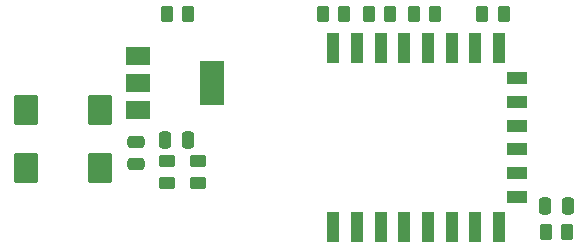
<source format=gbr>
%TF.GenerationSoftware,KiCad,Pcbnew,7.0.6*%
%TF.CreationDate,2024-04-30T22:33:33+02:00*%
%TF.ProjectId,MatchboxV2_HC,4d617463-6862-46f7-9856-325f48432e6b,rev?*%
%TF.SameCoordinates,Original*%
%TF.FileFunction,Paste,Top*%
%TF.FilePolarity,Positive*%
%FSLAX46Y46*%
G04 Gerber Fmt 4.6, Leading zero omitted, Abs format (unit mm)*
G04 Created by KiCad (PCBNEW 7.0.6) date 2024-04-30 22:33:33*
%MOMM*%
%LPD*%
G01*
G04 APERTURE LIST*
G04 Aperture macros list*
%AMRoundRect*
0 Rectangle with rounded corners*
0 $1 Rounding radius*
0 $2 $3 $4 $5 $6 $7 $8 $9 X,Y pos of 4 corners*
0 Add a 4 corners polygon primitive as box body*
4,1,4,$2,$3,$4,$5,$6,$7,$8,$9,$2,$3,0*
0 Add four circle primitives for the rounded corners*
1,1,$1+$1,$2,$3*
1,1,$1+$1,$4,$5*
1,1,$1+$1,$6,$7*
1,1,$1+$1,$8,$9*
0 Add four rect primitives between the rounded corners*
20,1,$1+$1,$2,$3,$4,$5,0*
20,1,$1+$1,$4,$5,$6,$7,0*
20,1,$1+$1,$6,$7,$8,$9,0*
20,1,$1+$1,$8,$9,$2,$3,0*%
G04 Aperture macros list end*
%ADD10RoundRect,0.250000X-0.250000X-0.475000X0.250000X-0.475000X0.250000X0.475000X-0.250000X0.475000X0*%
%ADD11RoundRect,0.250000X-0.450000X0.262500X-0.450000X-0.262500X0.450000X-0.262500X0.450000X0.262500X0*%
%ADD12RoundRect,0.250000X-0.475000X0.250000X-0.475000X-0.250000X0.475000X-0.250000X0.475000X0.250000X0*%
%ADD13RoundRect,0.250000X-0.262500X-0.450000X0.262500X-0.450000X0.262500X0.450000X-0.262500X0.450000X0*%
%ADD14RoundRect,0.250000X0.787500X1.025000X-0.787500X1.025000X-0.787500X-1.025000X0.787500X-1.025000X0*%
%ADD15RoundRect,0.250000X0.262500X0.450000X-0.262500X0.450000X-0.262500X-0.450000X0.262500X-0.450000X0*%
%ADD16R,1.000000X2.500000*%
%ADD17R,1.800000X1.000000*%
%ADD18R,2.000000X1.500000*%
%ADD19R,2.000000X3.800000*%
%ADD20RoundRect,0.250000X0.450000X-0.262500X0.450000X0.262500X-0.450000X0.262500X-0.450000X-0.262500X0*%
G04 APERTURE END LIST*
D10*
%TO.C,C3*%
X169450000Y-101400000D03*
X171350000Y-101400000D03*
%TD*%
D11*
%TO.C,R1*%
X140000000Y-97587500D03*
X140000000Y-99412500D03*
%TD*%
D12*
%TO.C,C2*%
X134800000Y-95950000D03*
X134800000Y-97850000D03*
%TD*%
D13*
%TO.C,R7*%
X150587500Y-85100000D03*
X152412500Y-85100000D03*
%TD*%
D14*
%TO.C,C1*%
X131712500Y-93300000D03*
X125487500Y-93300000D03*
%TD*%
D15*
%TO.C,R4*%
X156312500Y-85100000D03*
X154487500Y-85100000D03*
%TD*%
D13*
%TO.C,R2*%
X169487500Y-103600000D03*
X171312500Y-103600000D03*
%TD*%
D14*
%TO.C,C4*%
X131712500Y-98200000D03*
X125487500Y-98200000D03*
%TD*%
D10*
%TO.C,C5*%
X137250000Y-95800000D03*
X139150000Y-95800000D03*
%TD*%
D13*
%TO.C,R8*%
X164087500Y-85100000D03*
X165912500Y-85100000D03*
%TD*%
D16*
%TO.C,U1*%
X151500000Y-103200000D03*
X153500000Y-103200000D03*
X155500000Y-103200000D03*
X157500000Y-103200000D03*
X159500000Y-103200000D03*
X161500000Y-103200000D03*
X163500000Y-103200000D03*
X165500000Y-103200000D03*
D17*
X167000000Y-100600000D03*
X167000000Y-98600000D03*
X167000000Y-96600000D03*
X167000000Y-94600000D03*
X167000000Y-92600000D03*
X167000000Y-90600000D03*
D16*
X165500000Y-88000000D03*
X163500000Y-88000000D03*
X161500000Y-88000000D03*
X159500000Y-88000000D03*
X157500000Y-88000000D03*
X155500000Y-88000000D03*
X153500000Y-88000000D03*
X151500000Y-88000000D03*
%TD*%
D15*
%TO.C,R5*%
X160112500Y-85100000D03*
X158287500Y-85100000D03*
%TD*%
D18*
%TO.C,U3*%
X134950000Y-88700000D03*
X134950000Y-91000000D03*
D19*
X141250000Y-91000000D03*
D18*
X134950000Y-93300000D03*
%TD*%
D20*
%TO.C,R3*%
X137400000Y-99412500D03*
X137400000Y-97587500D03*
%TD*%
D13*
%TO.C,R6*%
X137387500Y-85100000D03*
X139212500Y-85100000D03*
%TD*%
M02*

</source>
